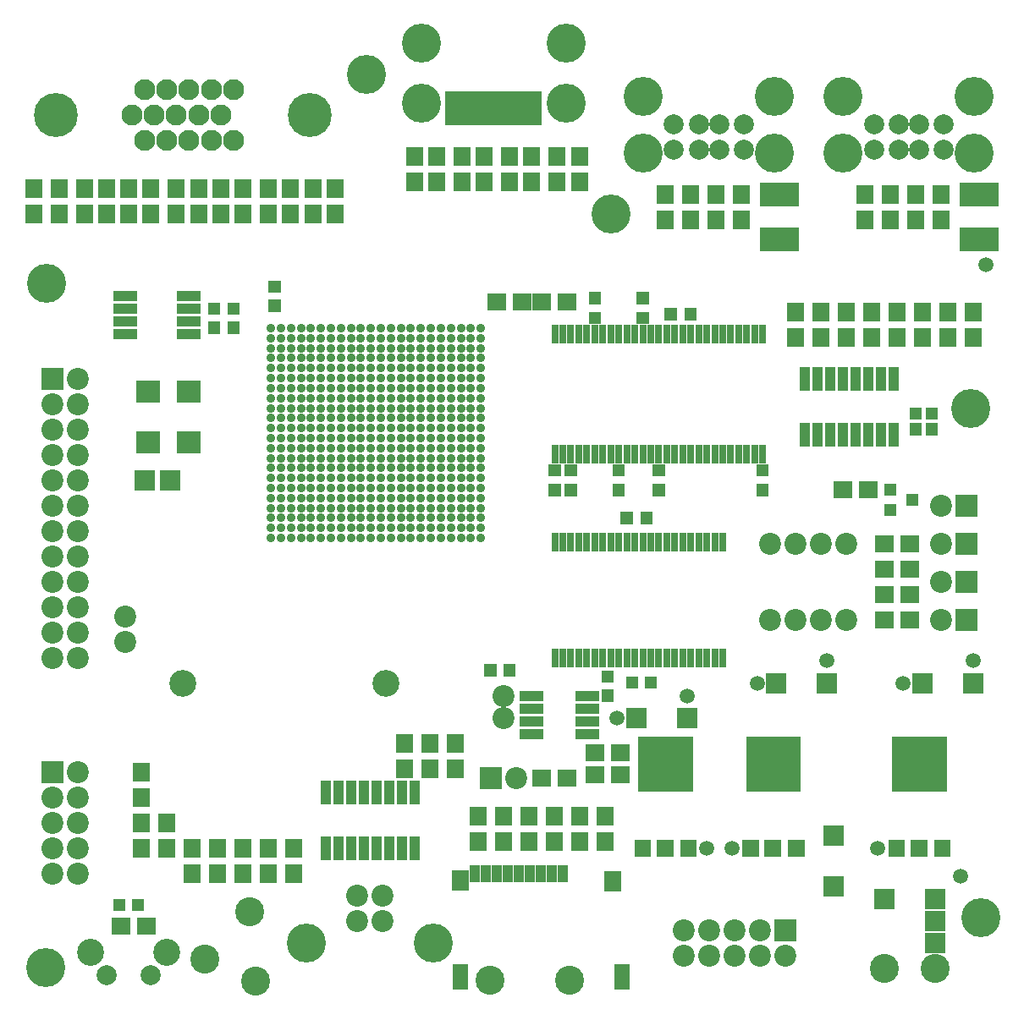
<source format=gbr>
%FSLAX34Y34*%
%MOMM*%
%LNSOLDERMASK_TOP*%
G71*
G01*
%ADD10C, 2.20*%
%ADD11R, 1.82X1.92*%
%ADD12C, 2.00*%
%ADD13R, 1.92X1.82*%
%ADD14R, 2.40X2.20*%
%ADD15R, 2.43X1.06*%
%ADD16C, 2.10*%
%ADD17C, 2.69*%
%ADD18C, 0.90*%
%ADD19C, 2.20*%
%ADD20C, 3.90*%
%ADD21R, 1.50X2.60*%
%ADD22C, 2.90*%
%ADD23C, 1.50*%
%ADD24C, 2.90*%
%ADD25R, 4.00X2.40*%
%ADD26C, 4.40*%
%ADD27R, 1.80X2.00*%
%ADD28R, 0.68X3.40*%
%ADD29R, 1.10X1.70*%
%ADD30C, 2.70*%
%ADD31R, 1.06X2.43*%
%ADD32R, 0.80X1.92*%
%ADD33R, 0.80X1.90*%
%LPD*%
X66904Y159614D02*
G54D10*
D03*
X41504Y159614D02*
G54D10*
D03*
X41504Y185014D02*
G54D10*
D03*
X66904Y185014D02*
G54D10*
D03*
X66904Y235814D02*
G54D10*
D03*
G36*
X30500Y246818D02*
X52508Y246818D01*
X52508Y224810D01*
X30500Y224810D01*
X30500Y246818D01*
G37*
X66904Y350114D02*
G54D10*
D03*
X41504Y350114D02*
G54D10*
D03*
X41504Y400914D02*
G54D10*
D03*
X66904Y400914D02*
G54D10*
D03*
X41504Y426314D02*
G54D10*
D03*
X66904Y426314D02*
G54D10*
D03*
X66904Y375514D02*
G54D10*
D03*
X41504Y375514D02*
G54D10*
D03*
X41504Y451714D02*
G54D10*
D03*
X66904Y451714D02*
G54D10*
D03*
X66904Y477114D02*
G54D10*
D03*
X41504Y477114D02*
G54D10*
D03*
X41504Y502514D02*
G54D10*
D03*
X66904Y502514D02*
G54D10*
D03*
X66904Y527914D02*
G54D10*
D03*
X41504Y527914D02*
G54D10*
D03*
X41504Y553314D02*
G54D10*
D03*
X66904Y553314D02*
G54D10*
D03*
X66904Y578714D02*
G54D10*
D03*
X41504Y578714D02*
G54D10*
D03*
X41504Y604114D02*
G54D10*
D03*
X66904Y604114D02*
G54D10*
D03*
X66904Y629514D02*
G54D10*
D03*
G36*
X30500Y640518D02*
X52508Y640518D01*
X52508Y618510D01*
X30500Y618510D01*
X30500Y640518D01*
G37*
X22454Y794614D02*
G54D11*
D03*
X47854Y794614D02*
G54D11*
D03*
X95479Y32614D02*
G54D12*
D03*
X139929Y32614D02*
G54D12*
D03*
X110389Y81204D02*
G54D13*
D03*
X135789Y81204D02*
G54D13*
D03*
G36*
X102115Y108528D02*
X114243Y108528D01*
X114243Y96400D01*
X102115Y96400D01*
X102115Y108528D01*
G37*
G36*
X121165Y108528D02*
X133293Y108528D01*
X133293Y96400D01*
X121165Y96400D01*
X121165Y108528D01*
G37*
X130404Y185014D02*
G54D11*
D03*
X130404Y159614D02*
G54D11*
D03*
X130404Y235814D02*
G54D11*
D03*
X114529Y391389D02*
G54D10*
D03*
X136754Y566014D02*
G54D14*
D03*
G36*
X123451Y538042D02*
X143707Y538042D01*
X143707Y517786D01*
X123451Y517786D01*
X123451Y538042D01*
G37*
X136754Y616814D02*
G54D14*
D03*
X114529Y686664D02*
G54D15*
D03*
X114529Y699364D02*
G54D15*
D03*
X114529Y673964D02*
G54D15*
D03*
X114529Y712064D02*
G54D15*
D03*
X95479Y794614D02*
G54D11*
D03*
X139929Y794614D02*
G54D11*
D03*
X117704Y794614D02*
G54D11*
D03*
X133579Y867639D02*
G54D16*
D03*
X133579Y918439D02*
G54D16*
D03*
X206604Y159614D02*
G54D11*
D03*
X181204Y159614D02*
G54D11*
D03*
X171679Y324714D02*
G54D17*
D03*
X178029Y566014D02*
G54D14*
D03*
X178029Y616814D02*
G54D14*
D03*
X178029Y712064D02*
G54D15*
D03*
X178029Y699364D02*
G54D15*
D03*
X178029Y686664D02*
G54D15*
D03*
X178029Y673964D02*
G54D15*
D03*
G36*
X197365Y705428D02*
X209493Y705428D01*
X209493Y693300D01*
X197365Y693300D01*
X197365Y705428D01*
G37*
G36*
X216415Y705428D02*
X228543Y705428D01*
X228543Y693300D01*
X216415Y693300D01*
X216415Y705428D01*
G37*
G36*
X197365Y686378D02*
X209493Y686378D01*
X209493Y674250D01*
X197365Y674250D01*
X197365Y686378D01*
G37*
G36*
X216415Y686378D02*
X228543Y686378D01*
X228543Y674250D01*
X216415Y674250D01*
X216415Y686378D01*
G37*
X187554Y794614D02*
G54D11*
D03*
X165329Y794614D02*
G54D11*
D03*
X209779Y794614D02*
G54D11*
D03*
X178029Y867639D02*
G54D16*
D03*
X200254Y867639D02*
G54D16*
D03*
X178029Y918439D02*
G54D16*
D03*
X200254Y918439D02*
G54D16*
D03*
X257404Y159614D02*
G54D11*
D03*
X282804Y159614D02*
G54D11*
D03*
X259995Y510007D02*
G54D18*
D03*
X270002Y510007D02*
G54D18*
D03*
X279984Y510007D02*
G54D18*
D03*
X289992Y510007D02*
G54D18*
D03*
X300000Y510007D02*
G54D18*
D03*
X259995Y480010D02*
G54D18*
D03*
X270002Y480010D02*
G54D18*
D03*
X279984Y480010D02*
G54D18*
D03*
X289992Y480010D02*
G54D18*
D03*
X300000Y480010D02*
G54D18*
D03*
X259995Y470002D02*
G54D18*
D03*
X270002Y470002D02*
G54D18*
D03*
X279984Y470002D02*
G54D18*
D03*
X289992Y470002D02*
G54D18*
D03*
X300000Y470002D02*
G54D18*
D03*
X259995Y500000D02*
G54D18*
D03*
X270002Y500000D02*
G54D18*
D03*
X279984Y500000D02*
G54D18*
D03*
X289992Y500000D02*
G54D18*
D03*
X300000Y500000D02*
G54D18*
D03*
X259995Y489992D02*
G54D18*
D03*
X270002Y489992D02*
G54D18*
D03*
X279984Y489992D02*
G54D18*
D03*
X289992Y489992D02*
G54D18*
D03*
X300000Y489992D02*
G54D18*
D03*
X259995Y580009D02*
G54D18*
D03*
X270002Y580009D02*
G54D18*
D03*
X279984Y580009D02*
G54D18*
D03*
X289992Y580009D02*
G54D18*
D03*
X300000Y580009D02*
G54D18*
D03*
X259995Y570002D02*
G54D18*
D03*
X270002Y570002D02*
G54D18*
D03*
X279984Y570002D02*
G54D18*
D03*
X289992Y570002D02*
G54D18*
D03*
X300000Y570002D02*
G54D18*
D03*
X259995Y540004D02*
G54D18*
D03*
X270002Y540004D02*
G54D18*
D03*
X279984Y540004D02*
G54D18*
D03*
X289992Y540004D02*
G54D18*
D03*
X300000Y540004D02*
G54D18*
D03*
X259995Y529997D02*
G54D18*
D03*
X270002Y529997D02*
G54D18*
D03*
X279984Y529997D02*
G54D18*
D03*
X289992Y529997D02*
G54D18*
D03*
X300000Y529997D02*
G54D18*
D03*
X259995Y559994D02*
G54D18*
D03*
X270002Y559994D02*
G54D18*
D03*
X279984Y559994D02*
G54D18*
D03*
X289992Y559994D02*
G54D18*
D03*
X300000Y559994D02*
G54D18*
D03*
X259995Y550012D02*
G54D18*
D03*
X270002Y550012D02*
G54D18*
D03*
X279984Y550012D02*
G54D18*
D03*
X289992Y550012D02*
G54D18*
D03*
X300000Y550012D02*
G54D18*
D03*
X259995Y519990D02*
G54D18*
D03*
X270002Y519990D02*
G54D18*
D03*
X279984Y519990D02*
G54D18*
D03*
X289992Y519990D02*
G54D18*
D03*
X300000Y519990D02*
G54D18*
D03*
X259995Y659994D02*
G54D18*
D03*
X270002Y659994D02*
G54D18*
D03*
X279984Y659994D02*
G54D18*
D03*
X289992Y659994D02*
G54D18*
D03*
X300000Y659994D02*
G54D18*
D03*
X259995Y650012D02*
G54D18*
D03*
X270002Y650012D02*
G54D18*
D03*
X279984Y650012D02*
G54D18*
D03*
X289992Y650012D02*
G54D18*
D03*
X300000Y650012D02*
G54D18*
D03*
X259995Y619989D02*
G54D18*
D03*
X270002Y619989D02*
G54D18*
D03*
X279984Y619989D02*
G54D18*
D03*
X289992Y619989D02*
G54D18*
D03*
X300000Y619989D02*
G54D18*
D03*
X259995Y610006D02*
G54D18*
D03*
X270002Y610006D02*
G54D18*
D03*
X279984Y610006D02*
G54D18*
D03*
X289992Y610006D02*
G54D18*
D03*
X300000Y610006D02*
G54D18*
D03*
X259995Y640005D02*
G54D18*
D03*
X270002Y640005D02*
G54D18*
D03*
X279984Y640005D02*
G54D18*
D03*
X289992Y640005D02*
G54D18*
D03*
X300000Y640005D02*
G54D18*
D03*
X259995Y629997D02*
G54D18*
D03*
X270002Y629997D02*
G54D18*
D03*
X279984Y629997D02*
G54D18*
D03*
X289992Y629997D02*
G54D18*
D03*
X300000Y629997D02*
G54D18*
D03*
X259995Y599999D02*
G54D18*
D03*
X270002Y599999D02*
G54D18*
D03*
X279984Y599999D02*
G54D18*
D03*
X289992Y599999D02*
G54D18*
D03*
X300000Y599999D02*
G54D18*
D03*
X259995Y680009D02*
G54D18*
D03*
X270002Y680009D02*
G54D18*
D03*
X279984Y680009D02*
G54D18*
D03*
X289992Y680009D02*
G54D18*
D03*
X300000Y680009D02*
G54D18*
D03*
G36*
X257690Y727653D02*
X269818Y727653D01*
X269818Y715525D01*
X257690Y715525D01*
X257690Y727653D01*
G37*
G36*
X257690Y708603D02*
X269818Y708603D01*
X269818Y696475D01*
X257690Y696475D01*
X257690Y708603D01*
G37*
X257404Y794614D02*
G54D11*
D03*
X279629Y794614D02*
G54D11*
D03*
X346304Y86589D02*
G54D19*
D03*
X346304Y111989D02*
G54D19*
D03*
X371704Y86589D02*
G54D19*
D03*
X371704Y111989D02*
G54D19*
D03*
X319990Y510007D02*
G54D18*
D03*
X329997Y510007D02*
G54D18*
D03*
X339980Y510007D02*
G54D18*
D03*
X349987Y510007D02*
G54D18*
D03*
X359994Y510007D02*
G54D18*
D03*
X370002Y510007D02*
G54D18*
D03*
X379984Y510007D02*
G54D18*
D03*
X319990Y480010D02*
G54D18*
D03*
X329997Y480010D02*
G54D18*
D03*
X339980Y480010D02*
G54D18*
D03*
X349987Y480010D02*
G54D18*
D03*
X359994Y480010D02*
G54D18*
D03*
X370002Y480010D02*
G54D18*
D03*
X379984Y480010D02*
G54D18*
D03*
X319990Y470002D02*
G54D18*
D03*
X329997Y470002D02*
G54D18*
D03*
X339980Y470002D02*
G54D18*
D03*
X349987Y470002D02*
G54D18*
D03*
X359994Y470002D02*
G54D18*
D03*
X370002Y470002D02*
G54D18*
D03*
X379984Y470002D02*
G54D18*
D03*
X319990Y500000D02*
G54D18*
D03*
X329997Y500000D02*
G54D18*
D03*
X339980Y500000D02*
G54D18*
D03*
X349987Y500000D02*
G54D18*
D03*
X359994Y500000D02*
G54D18*
D03*
X370002Y500000D02*
G54D18*
D03*
X379984Y500000D02*
G54D18*
D03*
X319990Y489992D02*
G54D18*
D03*
X329997Y489992D02*
G54D18*
D03*
X339980Y489992D02*
G54D18*
D03*
X349987Y489992D02*
G54D18*
D03*
X359994Y489992D02*
G54D18*
D03*
X370002Y489992D02*
G54D18*
D03*
X379984Y489992D02*
G54D18*
D03*
X319990Y580009D02*
G54D18*
D03*
X329997Y580009D02*
G54D18*
D03*
X339980Y580009D02*
G54D18*
D03*
X349987Y580009D02*
G54D18*
D03*
X359994Y580009D02*
G54D18*
D03*
X370002Y580009D02*
G54D18*
D03*
X379984Y580009D02*
G54D18*
D03*
X319990Y570002D02*
G54D18*
D03*
X329997Y570002D02*
G54D18*
D03*
X339980Y570002D02*
G54D18*
D03*
X349987Y570002D02*
G54D18*
D03*
X359994Y570002D02*
G54D18*
D03*
X370002Y570002D02*
G54D18*
D03*
X379984Y570002D02*
G54D18*
D03*
X319990Y540004D02*
G54D18*
D03*
X329997Y540004D02*
G54D18*
D03*
X339980Y540004D02*
G54D18*
D03*
X349987Y540004D02*
G54D18*
D03*
X359994Y540004D02*
G54D18*
D03*
X370002Y540004D02*
G54D18*
D03*
X379984Y540004D02*
G54D18*
D03*
X319990Y529997D02*
G54D18*
D03*
X329997Y529997D02*
G54D18*
D03*
X339980Y529997D02*
G54D18*
D03*
X349987Y529997D02*
G54D18*
D03*
X359994Y529997D02*
G54D18*
D03*
X370002Y529997D02*
G54D18*
D03*
X379984Y529997D02*
G54D18*
D03*
X319990Y559994D02*
G54D18*
D03*
X329997Y559994D02*
G54D18*
D03*
X339980Y559994D02*
G54D18*
D03*
X349987Y559994D02*
G54D18*
D03*
X359994Y559994D02*
G54D18*
D03*
X370002Y559994D02*
G54D18*
D03*
X379984Y559994D02*
G54D18*
D03*
X319990Y550012D02*
G54D18*
D03*
X329997Y550012D02*
G54D18*
D03*
X339980Y550012D02*
G54D18*
D03*
X349987Y550012D02*
G54D18*
D03*
X359994Y550012D02*
G54D18*
D03*
X370002Y550012D02*
G54D18*
D03*
X379984Y550012D02*
G54D18*
D03*
X319990Y519990D02*
G54D18*
D03*
X329997Y519990D02*
G54D18*
D03*
X339980Y519990D02*
G54D18*
D03*
X349987Y519990D02*
G54D18*
D03*
X359994Y519990D02*
G54D18*
D03*
X370002Y519990D02*
G54D18*
D03*
X379984Y519990D02*
G54D18*
D03*
X319990Y659994D02*
G54D18*
D03*
X329997Y659994D02*
G54D18*
D03*
X339980Y659994D02*
G54D18*
D03*
X349987Y659994D02*
G54D18*
D03*
X359994Y659994D02*
G54D18*
D03*
X370002Y659994D02*
G54D18*
D03*
X379984Y659994D02*
G54D18*
D03*
X319990Y650012D02*
G54D18*
D03*
X329997Y650012D02*
G54D18*
D03*
X339980Y650012D02*
G54D18*
D03*
X349987Y650012D02*
G54D18*
D03*
X359994Y650012D02*
G54D18*
D03*
X370002Y650012D02*
G54D18*
D03*
X379984Y650012D02*
G54D18*
D03*
X319990Y619989D02*
G54D18*
D03*
X329997Y619989D02*
G54D18*
D03*
X339980Y619989D02*
G54D18*
D03*
X349987Y619989D02*
G54D18*
D03*
X359994Y619989D02*
G54D18*
D03*
X370002Y619989D02*
G54D18*
D03*
X379984Y619989D02*
G54D18*
D03*
X319990Y610006D02*
G54D18*
D03*
X329997Y610006D02*
G54D18*
D03*
X339980Y610006D02*
G54D18*
D03*
X349987Y610006D02*
G54D18*
D03*
X359994Y610006D02*
G54D18*
D03*
X370002Y610006D02*
G54D18*
D03*
X379984Y610006D02*
G54D18*
D03*
X319990Y640005D02*
G54D18*
D03*
X329997Y640005D02*
G54D18*
D03*
X339980Y640005D02*
G54D18*
D03*
X349987Y640005D02*
G54D18*
D03*
X359994Y640005D02*
G54D18*
D03*
X370002Y640005D02*
G54D18*
D03*
X379984Y640005D02*
G54D18*
D03*
X319990Y629997D02*
G54D18*
D03*
X329997Y629997D02*
G54D18*
D03*
X339980Y629997D02*
G54D18*
D03*
X349987Y629997D02*
G54D18*
D03*
X359994Y629997D02*
G54D18*
D03*
X370002Y629997D02*
G54D18*
D03*
X379984Y629997D02*
G54D18*
D03*
X319990Y599999D02*
G54D18*
D03*
X329997Y599999D02*
G54D18*
D03*
X339980Y599999D02*
G54D18*
D03*
X349987Y599999D02*
G54D18*
D03*
X359994Y599999D02*
G54D18*
D03*
X370002Y599999D02*
G54D18*
D03*
X379984Y599999D02*
G54D18*
D03*
X319990Y680009D02*
G54D18*
D03*
X329997Y680009D02*
G54D18*
D03*
X339980Y680009D02*
G54D18*
D03*
X349987Y680009D02*
G54D18*
D03*
X359994Y680009D02*
G54D18*
D03*
X370002Y680009D02*
G54D18*
D03*
X379984Y680009D02*
G54D18*
D03*
X324079Y794614D02*
G54D11*
D03*
X355829Y934314D02*
G54D20*
D03*
X449809Y30862D02*
G54D21*
D03*
X393929Y238989D02*
G54D11*
D03*
X393929Y264389D02*
G54D11*
D03*
X419329Y238989D02*
G54D11*
D03*
X419329Y264389D02*
G54D11*
D03*
X444729Y238989D02*
G54D11*
D03*
X444729Y264389D02*
G54D11*
D03*
X400000Y510007D02*
G54D18*
D03*
X409982Y510007D02*
G54D18*
D03*
X389992Y510007D02*
G54D18*
D03*
X419990Y510007D02*
G54D18*
D03*
X429997Y510007D02*
G54D18*
D03*
X439979Y510007D02*
G54D18*
D03*
X449987Y510007D02*
G54D18*
D03*
X400000Y480010D02*
G54D18*
D03*
X409982Y480010D02*
G54D18*
D03*
X389992Y480010D02*
G54D18*
D03*
X419990Y480010D02*
G54D18*
D03*
X429997Y480010D02*
G54D18*
D03*
X439979Y480010D02*
G54D18*
D03*
X449987Y480010D02*
G54D18*
D03*
X400000Y470002D02*
G54D18*
D03*
X409982Y470002D02*
G54D18*
D03*
X389992Y470002D02*
G54D18*
D03*
X419990Y470002D02*
G54D18*
D03*
X429997Y470002D02*
G54D18*
D03*
X439979Y470002D02*
G54D18*
D03*
X449987Y470002D02*
G54D18*
D03*
X400000Y500000D02*
G54D18*
D03*
X409982Y500000D02*
G54D18*
D03*
X389992Y500000D02*
G54D18*
D03*
X419990Y500000D02*
G54D18*
D03*
X429997Y500000D02*
G54D18*
D03*
X439979Y500000D02*
G54D18*
D03*
X449987Y500000D02*
G54D18*
D03*
X400000Y489992D02*
G54D18*
D03*
X409982Y489992D02*
G54D18*
D03*
X389992Y489992D02*
G54D18*
D03*
X419990Y489992D02*
G54D18*
D03*
X429997Y489992D02*
G54D18*
D03*
X439979Y489992D02*
G54D18*
D03*
X449987Y489992D02*
G54D18*
D03*
X400000Y580009D02*
G54D18*
D03*
X409982Y580009D02*
G54D18*
D03*
X389992Y580009D02*
G54D18*
D03*
X419990Y580009D02*
G54D18*
D03*
X429997Y580009D02*
G54D18*
D03*
X439979Y580009D02*
G54D18*
D03*
X449987Y580009D02*
G54D18*
D03*
X400000Y570002D02*
G54D18*
D03*
X409982Y570002D02*
G54D18*
D03*
X389992Y570002D02*
G54D18*
D03*
X419990Y570002D02*
G54D18*
D03*
X429997Y570002D02*
G54D18*
D03*
X439979Y570002D02*
G54D18*
D03*
X449987Y570002D02*
G54D18*
D03*
X400000Y540004D02*
G54D18*
D03*
X409982Y540004D02*
G54D18*
D03*
X389992Y540004D02*
G54D18*
D03*
X419990Y540004D02*
G54D18*
D03*
X429997Y540004D02*
G54D18*
D03*
X439979Y540004D02*
G54D18*
D03*
X449987Y540004D02*
G54D18*
D03*
X400000Y529997D02*
G54D18*
D03*
X409982Y529997D02*
G54D18*
D03*
X389992Y529997D02*
G54D18*
D03*
X419990Y529997D02*
G54D18*
D03*
X429997Y529997D02*
G54D18*
D03*
X439979Y529997D02*
G54D18*
D03*
X449987Y529997D02*
G54D18*
D03*
X400000Y559994D02*
G54D18*
D03*
X409982Y559994D02*
G54D18*
D03*
X389992Y559994D02*
G54D18*
D03*
X419990Y559994D02*
G54D18*
D03*
X429997Y559994D02*
G54D18*
D03*
X439979Y559994D02*
G54D18*
D03*
X449987Y559994D02*
G54D18*
D03*
X400000Y550012D02*
G54D18*
D03*
X409982Y550012D02*
G54D18*
D03*
X389992Y550012D02*
G54D18*
D03*
X419990Y550012D02*
G54D18*
D03*
X429997Y550012D02*
G54D18*
D03*
X439979Y550012D02*
G54D18*
D03*
X449987Y550012D02*
G54D18*
D03*
X400000Y519990D02*
G54D18*
D03*
X409982Y519990D02*
G54D18*
D03*
X389992Y519990D02*
G54D18*
D03*
X419990Y519990D02*
G54D18*
D03*
X429997Y519990D02*
G54D18*
D03*
X439979Y519990D02*
G54D18*
D03*
X449987Y519990D02*
G54D18*
D03*
X400000Y659994D02*
G54D18*
D03*
X409982Y659994D02*
G54D18*
D03*
X389992Y659994D02*
G54D18*
D03*
X419990Y659994D02*
G54D18*
D03*
X429997Y659994D02*
G54D18*
D03*
X439979Y659994D02*
G54D18*
D03*
X449987Y659994D02*
G54D18*
D03*
X400000Y650012D02*
G54D18*
D03*
X409982Y650012D02*
G54D18*
D03*
X389992Y650012D02*
G54D18*
D03*
X419990Y650012D02*
G54D18*
D03*
X429997Y650012D02*
G54D18*
D03*
X439979Y650012D02*
G54D18*
D03*
X449987Y650012D02*
G54D18*
D03*
X400000Y619989D02*
G54D18*
D03*
X409982Y619989D02*
G54D18*
D03*
X389992Y619989D02*
G54D18*
D03*
X419990Y619989D02*
G54D18*
D03*
X429997Y619989D02*
G54D18*
D03*
X439979Y619989D02*
G54D18*
D03*
X449987Y619989D02*
G54D18*
D03*
X400000Y610006D02*
G54D18*
D03*
X409982Y610006D02*
G54D18*
D03*
X389992Y610006D02*
G54D18*
D03*
X419990Y610006D02*
G54D18*
D03*
X429997Y610006D02*
G54D18*
D03*
X439979Y610006D02*
G54D18*
D03*
X449987Y610006D02*
G54D18*
D03*
X400000Y640005D02*
G54D18*
D03*
X409982Y640005D02*
G54D18*
D03*
X389992Y640005D02*
G54D18*
D03*
X419990Y640005D02*
G54D18*
D03*
X429997Y640005D02*
G54D18*
D03*
X439979Y640005D02*
G54D18*
D03*
X449987Y640005D02*
G54D18*
D03*
X400000Y629997D02*
G54D18*
D03*
X409982Y629997D02*
G54D18*
D03*
X389992Y629997D02*
G54D18*
D03*
X419990Y629997D02*
G54D18*
D03*
X429997Y629997D02*
G54D18*
D03*
X439979Y629997D02*
G54D18*
D03*
X449987Y629997D02*
G54D18*
D03*
X400000Y599999D02*
G54D18*
D03*
X409982Y599999D02*
G54D18*
D03*
X389992Y599999D02*
G54D18*
D03*
X419990Y599999D02*
G54D18*
D03*
X429997Y599999D02*
G54D18*
D03*
X439979Y599999D02*
G54D18*
D03*
X449987Y599999D02*
G54D18*
D03*
X400000Y680009D02*
G54D18*
D03*
X409982Y680009D02*
G54D18*
D03*
X389992Y680009D02*
G54D18*
D03*
X419990Y680009D02*
G54D18*
D03*
X429997Y680009D02*
G54D18*
D03*
X439979Y680009D02*
G54D18*
D03*
X449987Y680009D02*
G54D18*
D03*
X403454Y851764D02*
G54D11*
D03*
X451079Y851764D02*
G54D11*
D03*
X425679Y851764D02*
G54D11*
D03*
X478816Y26873D02*
G54D22*
D03*
X517754Y191364D02*
G54D11*
D03*
X492354Y191364D02*
G54D11*
D03*
X517754Y165964D02*
G54D11*
D03*
X492354Y165964D02*
G54D11*
D03*
G36*
X468650Y240468D02*
X490658Y240468D01*
X490658Y218460D01*
X468650Y218460D01*
X468650Y240468D01*
G37*
X505054Y229464D02*
G54D19*
D03*
X492354Y312014D02*
G54D19*
D03*
G36*
X473590Y343478D02*
X485718Y343478D01*
X485718Y331350D01*
X473590Y331350D01*
X473590Y343478D01*
G37*
G36*
X492640Y343478D02*
X504768Y343478D01*
X504768Y331350D01*
X492640Y331350D01*
X492640Y343478D01*
G37*
X470002Y510007D02*
G54D18*
D03*
X470002Y480010D02*
G54D18*
D03*
X470002Y470002D02*
G54D18*
D03*
X470002Y500000D02*
G54D18*
D03*
X470002Y489992D02*
G54D18*
D03*
X470002Y580009D02*
G54D18*
D03*
X470002Y570002D02*
G54D18*
D03*
X470002Y540004D02*
G54D18*
D03*
X470002Y529997D02*
G54D18*
D03*
X470002Y559994D02*
G54D18*
D03*
X470002Y550012D02*
G54D18*
D03*
X470002Y519990D02*
G54D18*
D03*
X470002Y659994D02*
G54D18*
D03*
X470002Y650012D02*
G54D18*
D03*
X470002Y619989D02*
G54D18*
D03*
X470002Y610006D02*
G54D18*
D03*
X470002Y640005D02*
G54D18*
D03*
X470002Y629997D02*
G54D18*
D03*
X470002Y599999D02*
G54D18*
D03*
X470002Y680009D02*
G54D18*
D03*
X485750Y706044D02*
G54D13*
D03*
X511150Y706044D02*
G54D13*
D03*
X473304Y851764D02*
G54D11*
D03*
X520929Y851764D02*
G54D11*
D03*
X498704Y851764D02*
G54D11*
D03*
X558800Y26873D02*
G54D22*
D03*
X593954Y191364D02*
G54D11*
D03*
X568554Y191364D02*
G54D11*
D03*
X593954Y165964D02*
G54D11*
D03*
X568554Y165964D02*
G54D11*
D03*
X555854Y229464D02*
G54D13*
D03*
X584429Y254864D02*
G54D13*
D03*
X584429Y232639D02*
G54D13*
D03*
G36*
X591065Y337128D02*
X603193Y337128D01*
X603193Y325000D01*
X591065Y325000D01*
X591065Y337128D01*
G37*
G36*
X591065Y318078D02*
X603193Y318078D01*
X603193Y305950D01*
X591065Y305950D01*
X591065Y318078D01*
G37*
G36*
X537928Y544062D02*
X550056Y544062D01*
X550056Y531934D01*
X537928Y531934D01*
X537928Y544062D01*
G37*
G36*
X553930Y544062D02*
X566058Y544062D01*
X566058Y531934D01*
X553930Y531934D01*
X553930Y544062D01*
G37*
G36*
X577933Y696055D02*
X590061Y696055D01*
X590061Y683927D01*
X577933Y683927D01*
X577933Y696055D01*
G37*
G36*
X577933Y716070D02*
X590061Y716070D01*
X590061Y703942D01*
X577933Y703942D01*
X577933Y716070D01*
G37*
X556134Y706044D02*
G54D13*
D03*
X568554Y851764D02*
G54D11*
D03*
X546329Y851764D02*
G54D11*
D03*
X673329Y77064D02*
G54D19*
D03*
G36*
X645929Y167964D02*
X662629Y167964D01*
X662629Y151264D01*
X645929Y151264D01*
X645929Y167964D01*
G37*
G36*
X615170Y331387D02*
X627298Y331387D01*
X627298Y319259D01*
X615170Y319259D01*
X615170Y331387D01*
G37*
G36*
X634220Y331387D02*
X646348Y331387D01*
X646348Y319259D01*
X634220Y319259D01*
X634220Y331387D01*
G37*
X676200Y311937D02*
G54D23*
D03*
G36*
X629927Y496056D02*
X642055Y496056D01*
X642055Y483928D01*
X629927Y483928D01*
X629927Y496056D01*
G37*
G36*
X641916Y544062D02*
X654044Y544062D01*
X654044Y531934D01*
X641916Y531934D01*
X641916Y544062D01*
G37*
G36*
X625940Y696055D02*
X638068Y696055D01*
X638068Y683927D01*
X625940Y683927D01*
X625940Y696055D01*
G37*
G36*
X653930Y700068D02*
X666058Y700068D01*
X666058Y687940D01*
X653930Y687940D01*
X653930Y700068D01*
G37*
G36*
X673920Y700068D02*
X686048Y700068D01*
X686048Y687940D01*
X673920Y687940D01*
X673920Y700068D01*
G37*
G36*
X625940Y716070D02*
X638068Y716070D01*
X638068Y703942D01*
X625940Y703942D01*
X625940Y716070D01*
G37*
X679679Y788264D02*
G54D11*
D03*
X654279Y788264D02*
G54D11*
D03*
X663194Y858317D02*
G54D12*
D03*
X663194Y884327D02*
G54D12*
D03*
X724129Y77064D02*
G54D19*
D03*
X749529Y77064D02*
G54D19*
D03*
X720954Y159614D02*
G54D23*
D03*
X746354Y324714D02*
G54D23*
D03*
G36*
X745928Y544062D02*
X758056Y544062D01*
X758056Y531934D01*
X745928Y531934D01*
X745928Y544062D01*
G37*
X705079Y788264D02*
G54D11*
D03*
X730479Y788264D02*
G54D11*
D03*
X708203Y858317D02*
G54D12*
D03*
X708203Y884327D02*
G54D12*
D03*
X733197Y858317D02*
G54D12*
D03*
X733197Y884327D02*
G54D12*
D03*
G36*
X812426Y131642D02*
X832682Y131642D01*
X832682Y111386D01*
X812426Y111386D01*
X812426Y131642D01*
G37*
G36*
X812426Y182442D02*
X832682Y182442D01*
X832682Y162186D01*
X812426Y162186D01*
X812426Y182442D01*
G37*
G36*
X806076Y334842D02*
X826332Y334842D01*
X826332Y314586D01*
X806076Y314586D01*
X806076Y334842D01*
G37*
X816204Y346939D02*
G54D23*
D03*
X809854Y388214D02*
G54D10*
D03*
X784454Y388214D02*
G54D10*
D03*
X809854Y464414D02*
G54D10*
D03*
X784454Y464414D02*
G54D10*
D03*
X784454Y696189D02*
G54D11*
D03*
X809854Y696189D02*
G54D11*
D03*
X873354Y38964D02*
G54D24*
D03*
G36*
X863226Y118942D02*
X883482Y118942D01*
X883482Y98686D01*
X863226Y98686D01*
X863226Y118942D01*
G37*
G36*
X899929Y167964D02*
X916629Y167964D01*
X916629Y151264D01*
X899929Y151264D01*
X899929Y167964D01*
G37*
X867004Y159614D02*
G54D23*
D03*
X892404Y324714D02*
G54D23*
D03*
X873354Y388214D02*
G54D13*
D03*
X898754Y388214D02*
G54D13*
D03*
X873354Y413614D02*
G54D13*
D03*
X898754Y413614D02*
G54D13*
D03*
X873354Y464414D02*
G54D13*
D03*
X898754Y464414D02*
G54D13*
D03*
G36*
X899040Y584778D02*
X911168Y584778D01*
X911168Y572650D01*
X899040Y572650D01*
X899040Y584778D01*
G37*
X860654Y696189D02*
G54D11*
D03*
X886054Y696189D02*
G54D11*
D03*
X854304Y788264D02*
G54D11*
D03*
X905104Y788264D02*
G54D11*
D03*
X879704Y788264D02*
G54D11*
D03*
X863220Y858317D02*
G54D12*
D03*
X863220Y884327D02*
G54D12*
D03*
X888213Y858317D02*
G54D12*
D03*
X888213Y884327D02*
G54D12*
D03*
G36*
X952126Y334842D02*
X972382Y334842D01*
X972382Y314586D01*
X952126Y314586D01*
X952126Y334842D01*
G37*
X962254Y346939D02*
G54D23*
D03*
G36*
X944900Y399218D02*
X966908Y399218D01*
X966908Y377210D01*
X944900Y377210D01*
X944900Y399218D01*
G37*
X930504Y388214D02*
G54D19*
D03*
G36*
X944900Y437318D02*
X966908Y437318D01*
X966908Y415310D01*
X944900Y415310D01*
X944900Y437318D01*
G37*
X930504Y426314D02*
G54D19*
D03*
G36*
X944900Y475418D02*
X966908Y475418D01*
X966908Y453410D01*
X944900Y453410D01*
X944900Y475418D01*
G37*
X930504Y464414D02*
G54D19*
D03*
G36*
X944900Y513518D02*
X966908Y513518D01*
X966908Y491510D01*
X944900Y491510D01*
X944900Y513518D01*
G37*
X930504Y502514D02*
G54D19*
D03*
X936854Y696189D02*
G54D11*
D03*
X962254Y696189D02*
G54D11*
D03*
X930504Y788264D02*
G54D11*
D03*
X968604Y769214D02*
G54D25*
D03*
X933222Y858317D02*
G54D12*
D03*
X933222Y884327D02*
G54D12*
D03*
X963829Y854939D02*
G54D20*
D03*
X35002Y40005D02*
G54D20*
D03*
X41504Y134214D02*
G54D10*
D03*
X66904Y134214D02*
G54D10*
D03*
X41504Y210414D02*
G54D10*
D03*
X66904Y210414D02*
G54D10*
D03*
X22454Y820014D02*
G54D11*
D03*
X47854Y820014D02*
G54D11*
D03*
X44679Y893039D02*
G54D26*
D03*
X130404Y210414D02*
G54D11*
D03*
X114529Y365989D02*
G54D10*
D03*
X95479Y820014D02*
G54D11*
D03*
X139929Y820014D02*
G54D11*
D03*
X143104Y893039D02*
G54D16*
D03*
X117704Y820014D02*
G54D11*
D03*
X120879Y893039D02*
G54D16*
D03*
X193904Y48489D02*
G54D22*
D03*
X206604Y134214D02*
G54D11*
D03*
X181204Y134214D02*
G54D11*
D03*
X187554Y820014D02*
G54D11*
D03*
X165329Y820014D02*
G54D11*
D03*
X187554Y893039D02*
G54D16*
D03*
X209779Y820014D02*
G54D11*
D03*
X209779Y893039D02*
G54D16*
D03*
X257404Y134214D02*
G54D11*
D03*
X282804Y134214D02*
G54D11*
D03*
X259995Y670002D02*
G54D18*
D03*
X270002Y670002D02*
G54D18*
D03*
X279984Y670002D02*
G54D18*
D03*
X289992Y670002D02*
G54D18*
D03*
X300000Y670002D02*
G54D18*
D03*
X259995Y589991D02*
G54D18*
D03*
X270002Y589991D02*
G54D18*
D03*
X279984Y589991D02*
G54D18*
D03*
X289992Y589991D02*
G54D18*
D03*
X300000Y589991D02*
G54D18*
D03*
X257404Y820014D02*
G54D11*
D03*
X279629Y820014D02*
G54D11*
D03*
X319990Y670002D02*
G54D18*
D03*
X329997Y670002D02*
G54D18*
D03*
X339980Y670002D02*
G54D18*
D03*
X349987Y670002D02*
G54D18*
D03*
X359994Y670002D02*
G54D18*
D03*
X370002Y670002D02*
G54D18*
D03*
X379984Y670002D02*
G54D18*
D03*
X319990Y589991D02*
G54D18*
D03*
X329997Y589991D02*
G54D18*
D03*
X339980Y589991D02*
G54D18*
D03*
X349987Y589991D02*
G54D18*
D03*
X359994Y589991D02*
G54D18*
D03*
X370002Y589991D02*
G54D18*
D03*
X379984Y589991D02*
G54D18*
D03*
X324079Y820014D02*
G54D11*
D03*
X422504Y64364D02*
G54D20*
D03*
X449809Y126873D02*
G54D27*
D03*
X400000Y670002D02*
G54D18*
D03*
X409982Y670002D02*
G54D18*
D03*
X389992Y670002D02*
G54D18*
D03*
X419990Y670002D02*
G54D18*
D03*
X429997Y670002D02*
G54D18*
D03*
X439979Y670002D02*
G54D18*
D03*
X449987Y670002D02*
G54D18*
D03*
X400000Y589991D02*
G54D18*
D03*
X409982Y589991D02*
G54D18*
D03*
X389992Y589991D02*
G54D18*
D03*
X419990Y589991D02*
G54D18*
D03*
X429997Y589991D02*
G54D18*
D03*
X439979Y589991D02*
G54D18*
D03*
X449987Y589991D02*
G54D18*
D03*
X403454Y826364D02*
G54D11*
D03*
X451079Y826364D02*
G54D11*
D03*
X452679Y899923D02*
G54D28*
D03*
X447700Y899923D02*
G54D28*
D03*
X442697Y899923D02*
G54D28*
D03*
X437693Y899923D02*
G54D28*
D03*
X425679Y826364D02*
G54D11*
D03*
X410185Y904926D02*
G54D20*
D03*
X410185Y964921D02*
G54D20*
D03*
X518796Y133858D02*
G54D29*
D03*
X529794Y133858D02*
G54D29*
D03*
X496799Y133858D02*
G54D29*
D03*
X507797Y133858D02*
G54D29*
D03*
X485801Y133858D02*
G54D29*
D03*
X474802Y133858D02*
G54D29*
D03*
X492354Y289789D02*
G54D19*
D03*
X470002Y670002D02*
G54D18*
D03*
X470002Y589991D02*
G54D18*
D03*
X473304Y826364D02*
G54D11*
D03*
X477698Y899923D02*
G54D28*
D03*
X492684Y899923D02*
G54D28*
D03*
X497688Y899923D02*
G54D28*
D03*
X482702Y899923D02*
G54D28*
D03*
X487680Y899923D02*
G54D28*
D03*
X472694Y899923D02*
G54D28*
D03*
X467690Y899923D02*
G54D28*
D03*
X520929Y826364D02*
G54D11*
D03*
X517703Y899923D02*
G54D28*
D03*
X527686Y899923D02*
G54D28*
D03*
X522682Y899923D02*
G54D28*
D03*
X512700Y899923D02*
G54D28*
D03*
X498704Y826364D02*
G54D11*
D03*
X502692Y899923D02*
G54D28*
D03*
X507696Y899923D02*
G54D28*
D03*
X551816Y133858D02*
G54D29*
D03*
X601878Y126264D02*
G54D27*
D03*
G36*
X537928Y524072D02*
X550056Y524072D01*
X550056Y511944D01*
X537928Y511944D01*
X537928Y524072D01*
G37*
G36*
X553930Y524072D02*
X566058Y524072D01*
X566058Y511944D01*
X553930Y511944D01*
X553930Y524072D01*
G37*
X568554Y826364D02*
G54D11*
D03*
X546329Y826364D02*
G54D11*
D03*
X673329Y51664D02*
G54D19*
D03*
G36*
X627514Y270834D02*
X682314Y270834D01*
X682314Y216034D01*
X627514Y216034D01*
X627514Y270834D01*
G37*
G36*
X669424Y167964D02*
X686124Y167964D01*
X686124Y151264D01*
X669424Y151264D01*
X669424Y167964D01*
G37*
G36*
X623704Y167964D02*
X640404Y167964D01*
X640404Y151264D01*
X623704Y151264D01*
X623704Y167964D01*
G37*
G36*
X666072Y299841D02*
X686328Y299841D01*
X686328Y279585D01*
X666072Y279585D01*
X666072Y299841D01*
G37*
G36*
X615271Y299841D02*
X635527Y299841D01*
X635527Y279585D01*
X615271Y279585D01*
X615271Y299841D01*
G37*
G36*
X641916Y524072D02*
X654044Y524072D01*
X654044Y511944D01*
X641916Y511944D01*
X641916Y524072D01*
G37*
X679679Y813664D02*
G54D11*
D03*
X654279Y813664D02*
G54D11*
D03*
X724129Y51664D02*
G54D19*
D03*
X749529Y51664D02*
G54D19*
D03*
G36*
X745928Y524072D02*
X758056Y524072D01*
X758056Y511944D01*
X745928Y511944D01*
X745928Y524072D01*
G37*
X705079Y813664D02*
G54D11*
D03*
X730479Y813664D02*
G54D11*
D03*
X784454Y670789D02*
G54D11*
D03*
X809854Y670789D02*
G54D11*
D03*
X860654Y670789D02*
G54D11*
D03*
X886054Y670789D02*
G54D11*
D03*
X873354Y439014D02*
G54D13*
D03*
X898754Y439014D02*
G54D13*
D03*
G36*
X895738Y514293D02*
X907866Y514293D01*
X907866Y502165D01*
X895738Y502165D01*
X895738Y514293D01*
G37*
G36*
X873640Y504133D02*
X885768Y504133D01*
X885768Y492005D01*
X873640Y492005D01*
X873640Y504133D01*
G37*
G36*
X873640Y524453D02*
X885768Y524453D01*
X885768Y512325D01*
X873640Y512325D01*
X873640Y524453D01*
G37*
X857479Y518389D02*
G54D13*
D03*
G36*
X899040Y600653D02*
X911168Y600653D01*
X911168Y588525D01*
X899040Y588525D01*
X899040Y600653D01*
G37*
X854304Y813664D02*
G54D11*
D03*
X905104Y813664D02*
G54D11*
D03*
X879704Y813664D02*
G54D11*
D03*
X949554Y131039D02*
G54D23*
D03*
X936854Y670789D02*
G54D11*
D03*
X962254Y670789D02*
G54D11*
D03*
X959994Y599999D02*
G54D20*
D03*
X930504Y813664D02*
G54D11*
D03*
X963829Y912089D02*
G54D20*
D03*
X968604Y813664D02*
G54D25*
D03*
X974954Y743814D02*
G54D23*
D03*
X35154Y724764D02*
G54D20*
D03*
X244704Y26264D02*
G54D22*
D03*
X238354Y96114D02*
G54D22*
D03*
X232004Y159614D02*
G54D11*
D03*
X155804Y159614D02*
G54D11*
D03*
X155804Y185014D02*
G54D11*
D03*
G36*
X148851Y538042D02*
X169107Y538042D01*
X169107Y517786D01*
X148851Y517786D01*
X148851Y538042D01*
G37*
X73254Y794614D02*
G54D11*
D03*
X232004Y794614D02*
G54D11*
D03*
X155804Y867639D02*
G54D16*
D03*
X222479Y867639D02*
G54D16*
D03*
X155804Y918439D02*
G54D16*
D03*
X222479Y918439D02*
G54D16*
D03*
X543154Y191364D02*
G54D11*
D03*
X466954Y191364D02*
G54D11*
D03*
X543154Y165964D02*
G54D11*
D03*
X466954Y165964D02*
G54D11*
D03*
X530454Y229464D02*
G54D13*
D03*
X374879Y324714D02*
G54D17*
D03*
X309982Y510007D02*
G54D18*
D03*
X459994Y510007D02*
G54D18*
D03*
X309982Y480010D02*
G54D18*
D03*
X459994Y480010D02*
G54D18*
D03*
X309982Y470002D02*
G54D18*
D03*
X459994Y470002D02*
G54D18*
D03*
X309982Y500000D02*
G54D18*
D03*
X459994Y500000D02*
G54D18*
D03*
X309982Y489992D02*
G54D18*
D03*
X459994Y489992D02*
G54D18*
D03*
X309982Y580009D02*
G54D18*
D03*
X459994Y580009D02*
G54D18*
D03*
X309982Y570002D02*
G54D18*
D03*
X459994Y570002D02*
G54D18*
D03*
X309982Y540004D02*
G54D18*
D03*
X459994Y540004D02*
G54D18*
D03*
X309982Y529997D02*
G54D18*
D03*
X459994Y529997D02*
G54D18*
D03*
X309982Y559994D02*
G54D18*
D03*
X459994Y559994D02*
G54D18*
D03*
X309982Y550012D02*
G54D18*
D03*
X459994Y550012D02*
G54D18*
D03*
X309982Y519990D02*
G54D18*
D03*
X459994Y519990D02*
G54D18*
D03*
X309982Y659994D02*
G54D18*
D03*
X459994Y659994D02*
G54D18*
D03*
X309982Y650012D02*
G54D18*
D03*
X459994Y650012D02*
G54D18*
D03*
X309982Y619989D02*
G54D18*
D03*
X459994Y619989D02*
G54D18*
D03*
X309982Y610006D02*
G54D18*
D03*
X459994Y610006D02*
G54D18*
D03*
X309982Y640005D02*
G54D18*
D03*
X459994Y640005D02*
G54D18*
D03*
X309982Y629997D02*
G54D18*
D03*
X459994Y629997D02*
G54D18*
D03*
X309982Y599999D02*
G54D18*
D03*
X459994Y599999D02*
G54D18*
D03*
X309982Y680009D02*
G54D18*
D03*
X459994Y680009D02*
G54D18*
D03*
X530734Y706044D02*
G54D13*
D03*
X301854Y794614D02*
G54D11*
D03*
X611404Y31014D02*
G54D21*
D03*
G36*
X763925Y88068D02*
X785933Y88068D01*
X785933Y66060D01*
X763925Y66060D01*
X763925Y88068D01*
G37*
X698729Y77064D02*
G54D19*
D03*
G36*
X753879Y167964D02*
X770579Y167964D01*
X770579Y151264D01*
X753879Y151264D01*
X753879Y167964D01*
G37*
X695554Y159614D02*
G54D23*
D03*
X609829Y254864D02*
G54D13*
D03*
X609829Y232639D02*
G54D13*
D03*
G36*
X755276Y334842D02*
X775532Y334842D01*
X775532Y314586D01*
X755276Y314586D01*
X755276Y334842D01*
G37*
X759054Y388214D02*
G54D10*
D03*
X835254Y388214D02*
G54D10*
D03*
G36*
X609938Y496056D02*
X622066Y496056D01*
X622066Y483928D01*
X609938Y483928D01*
X609938Y496056D01*
G37*
X759054Y464414D02*
G54D10*
D03*
X835254Y464414D02*
G54D10*
D03*
G36*
X601936Y544062D02*
X614064Y544062D01*
X614064Y531934D01*
X601936Y531934D01*
X601936Y544062D01*
G37*
X835254Y696189D02*
G54D11*
D03*
X768579Y769214D02*
G54D25*
D03*
X600304Y794614D02*
G54D20*
D03*
X688188Y858317D02*
G54D12*
D03*
X688188Y884327D02*
G54D12*
D03*
X632054Y854939D02*
G54D20*
D03*
X763804Y854939D02*
G54D20*
D03*
X832079Y854939D02*
G54D20*
D03*
X924154Y38964D02*
G54D24*
D03*
G36*
X914026Y96717D02*
X934282Y96717D01*
X934282Y76461D01*
X914026Y76461D01*
X914026Y96717D01*
G37*
G36*
X914026Y118942D02*
X934282Y118942D01*
X934282Y98686D01*
X914026Y98686D01*
X914026Y118942D01*
G37*
X970001Y89993D02*
G54D20*
D03*
G36*
X901326Y334842D02*
X921582Y334842D01*
X921582Y314586D01*
X901326Y314586D01*
X901326Y334842D01*
G37*
G36*
X914915Y584778D02*
X927043Y584778D01*
X927043Y572650D01*
X914915Y572650D01*
X914915Y584778D01*
G37*
X911454Y696189D02*
G54D11*
D03*
X908228Y858317D02*
G54D12*
D03*
X908228Y884327D02*
G54D12*
D03*
X79604Y54839D02*
G54D30*
D03*
X155804Y54839D02*
G54D30*
D03*
X232004Y134214D02*
G54D11*
D03*
X73254Y820014D02*
G54D11*
D03*
X165329Y893039D02*
G54D16*
D03*
X232004Y820014D02*
G54D11*
D03*
X295504Y64364D02*
G54D20*
D03*
X314554Y159614D02*
G54D31*
D03*
X327254Y159614D02*
G54D31*
D03*
X339954Y159614D02*
G54D31*
D03*
X352654Y159614D02*
G54D31*
D03*
X365354Y159614D02*
G54D31*
D03*
X378054Y159614D02*
G54D31*
D03*
X314554Y215494D02*
G54D31*
D03*
X327254Y215494D02*
G54D31*
D03*
X339954Y215494D02*
G54D31*
D03*
X352654Y215494D02*
G54D31*
D03*
X365354Y215494D02*
G54D31*
D03*
X378054Y215494D02*
G54D31*
D03*
X390754Y159614D02*
G54D31*
D03*
X403454Y159614D02*
G54D31*
D03*
X390754Y215494D02*
G54D31*
D03*
X403454Y215494D02*
G54D31*
D03*
X540792Y133858D02*
G54D29*
D03*
X463804Y133858D02*
G54D29*
D03*
X309982Y670002D02*
G54D18*
D03*
X459994Y670002D02*
G54D18*
D03*
X309982Y589991D02*
G54D18*
D03*
X459994Y589991D02*
G54D18*
D03*
X301854Y820014D02*
G54D11*
D03*
X462686Y899923D02*
G54D28*
D03*
X457683Y899923D02*
G54D28*
D03*
X774929Y51664D02*
G54D19*
D03*
X698729Y51664D02*
G54D19*
D03*
G36*
X735464Y270834D02*
X790264Y270834D01*
X790264Y216034D01*
X735464Y216034D01*
X735464Y270834D01*
G37*
G36*
X777374Y167964D02*
X794074Y167964D01*
X794074Y151264D01*
X777374Y151264D01*
X777374Y167964D01*
G37*
G36*
X731654Y167964D02*
X748354Y167964D01*
X748354Y151264D01*
X731654Y151264D01*
X731654Y167964D01*
G37*
X606350Y289713D02*
G54D23*
D03*
G36*
X601936Y524072D02*
X614064Y524072D01*
X614064Y511944D01*
X601936Y511944D01*
X601936Y524072D01*
G37*
X835254Y670789D02*
G54D11*
D03*
X832079Y518389D02*
G54D13*
D03*
X632054Y912089D02*
G54D20*
D03*
X763804Y912089D02*
G54D20*
D03*
X768579Y813664D02*
G54D25*
D03*
X832079Y912089D02*
G54D20*
D03*
G36*
X914026Y74492D02*
X934282Y74492D01*
X934282Y54236D01*
X914026Y54236D01*
X914026Y74492D01*
G37*
X911454Y670789D02*
G54D11*
D03*
G36*
X914915Y600653D02*
X927043Y600653D01*
X927043Y588525D01*
X914915Y588525D01*
X914915Y600653D01*
G37*
X576809Y273914D02*
G54D15*
D03*
X576809Y286614D02*
G54D15*
D03*
X576809Y299314D02*
G54D15*
D03*
X576809Y312014D02*
G54D15*
D03*
X520929Y273914D02*
G54D15*
D03*
X520929Y286614D02*
G54D15*
D03*
X520929Y299314D02*
G54D15*
D03*
X520929Y312014D02*
G54D15*
D03*
X555194Y904926D02*
G54D20*
D03*
X555194Y964921D02*
G54D20*
D03*
X298679Y893039D02*
G54D26*
D03*
G36*
X881514Y270834D02*
X936314Y270834D01*
X936314Y216034D01*
X881514Y216034D01*
X881514Y270834D01*
G37*
G36*
X923424Y167964D02*
X940124Y167964D01*
X940124Y151264D01*
X923424Y151264D01*
X923424Y167964D01*
G37*
G36*
X877704Y167964D02*
X894404Y167964D01*
X894404Y151264D01*
X877704Y151264D01*
X877704Y167964D01*
G37*
X882879Y629514D02*
G54D31*
D03*
X870179Y629514D02*
G54D31*
D03*
X857479Y629514D02*
G54D31*
D03*
X844779Y629514D02*
G54D31*
D03*
X832079Y629514D02*
G54D31*
D03*
X819379Y629514D02*
G54D31*
D03*
X882879Y573634D02*
G54D31*
D03*
X870179Y573634D02*
G54D31*
D03*
X857479Y573634D02*
G54D31*
D03*
X844779Y573634D02*
G54D31*
D03*
X832079Y573634D02*
G54D31*
D03*
X819379Y573634D02*
G54D31*
D03*
X806679Y629514D02*
G54D31*
D03*
X793979Y629514D02*
G54D31*
D03*
X806679Y573634D02*
G54D31*
D03*
X793979Y573634D02*
G54D31*
D03*
X711988Y349809D02*
G54D32*
D03*
X695986Y349809D02*
G54D32*
D03*
X687985Y349809D02*
G54D32*
D03*
X679984Y349809D02*
G54D32*
D03*
X671983Y349809D02*
G54D32*
D03*
X663982Y349809D02*
G54D32*
D03*
X655981Y349809D02*
G54D32*
D03*
X647980Y349809D02*
G54D32*
D03*
X639978Y349809D02*
G54D32*
D03*
X632004Y349809D02*
G54D32*
D03*
X624002Y349809D02*
G54D32*
D03*
X616002Y349809D02*
G54D32*
D03*
X608000Y349809D02*
G54D32*
D03*
X599999Y349809D02*
G54D32*
D03*
X591998Y349809D02*
G54D32*
D03*
X583997Y349809D02*
G54D32*
D03*
X575996Y349809D02*
G54D32*
D03*
X567995Y349809D02*
G54D32*
D03*
X559994Y349809D02*
G54D32*
D03*
X543992Y349809D02*
G54D32*
D03*
X711988Y465989D02*
G54D32*
D03*
X695986Y465989D02*
G54D32*
D03*
X687985Y465989D02*
G54D32*
D03*
X679984Y465989D02*
G54D32*
D03*
X671983Y465989D02*
G54D32*
D03*
X663982Y465989D02*
G54D32*
D03*
X655981Y465989D02*
G54D32*
D03*
X647980Y465989D02*
G54D32*
D03*
X639978Y465989D02*
G54D32*
D03*
X632004Y465989D02*
G54D32*
D03*
X624002Y465989D02*
G54D32*
D03*
X616002Y465989D02*
G54D32*
D03*
X608000Y465989D02*
G54D32*
D03*
X599999Y465989D02*
G54D32*
D03*
X591998Y465989D02*
G54D32*
D03*
X583997Y465989D02*
G54D32*
D03*
X575996Y465989D02*
G54D32*
D03*
X567995Y465989D02*
G54D32*
D03*
X559994Y465989D02*
G54D32*
D03*
X543992Y465989D02*
G54D32*
D03*
X703987Y349809D02*
G54D32*
D03*
X551993Y349809D02*
G54D32*
D03*
X703987Y465989D02*
G54D32*
D03*
X551993Y465989D02*
G54D32*
D03*
X751992Y554000D02*
G54D33*
D03*
X743992Y554000D02*
G54D33*
D03*
X735990Y554000D02*
G54D33*
D03*
X719988Y554000D02*
G54D33*
D03*
X711988Y554000D02*
G54D33*
D03*
X703987Y554000D02*
G54D33*
D03*
X695986Y554000D02*
G54D33*
D03*
X687985Y554000D02*
G54D33*
D03*
X679984Y554000D02*
G54D33*
D03*
X671983Y554000D02*
G54D33*
D03*
X663982Y554000D02*
G54D33*
D03*
X655981Y554000D02*
G54D33*
D03*
X639978Y554000D02*
G54D33*
D03*
X632004Y554000D02*
G54D33*
D03*
X624002Y554000D02*
G54D33*
D03*
X616002Y554000D02*
G54D33*
D03*
X608000Y554000D02*
G54D33*
D03*
X599999Y554000D02*
G54D33*
D03*
X591998Y554000D02*
G54D33*
D03*
X583997Y554000D02*
G54D33*
D03*
X575996Y554000D02*
G54D33*
D03*
X559994Y554000D02*
G54D33*
D03*
X551993Y554000D02*
G54D33*
D03*
X543992Y554000D02*
G54D33*
D03*
X751992Y673989D02*
G54D33*
D03*
X743992Y673989D02*
G54D33*
D03*
X735990Y673989D02*
G54D33*
D03*
X719988Y673989D02*
G54D33*
D03*
X711988Y673989D02*
G54D33*
D03*
X703987Y673989D02*
G54D33*
D03*
X695986Y673989D02*
G54D33*
D03*
X687985Y673989D02*
G54D33*
D03*
X679984Y673989D02*
G54D33*
D03*
X671983Y673989D02*
G54D33*
D03*
X663982Y673989D02*
G54D33*
D03*
X655981Y673989D02*
G54D33*
D03*
X639978Y673989D02*
G54D33*
D03*
X632004Y673989D02*
G54D33*
D03*
X624002Y673989D02*
G54D33*
D03*
X616002Y673989D02*
G54D33*
D03*
X608000Y673989D02*
G54D33*
D03*
X599999Y673989D02*
G54D33*
D03*
X591998Y673989D02*
G54D33*
D03*
X583997Y673989D02*
G54D33*
D03*
X575996Y673989D02*
G54D33*
D03*
X559994Y673989D02*
G54D33*
D03*
X551993Y673989D02*
G54D33*
D03*
X543992Y673989D02*
G54D33*
D03*
X727990Y554000D02*
G54D33*
D03*
X647980Y554000D02*
G54D33*
D03*
X567995Y554000D02*
G54D33*
D03*
X727990Y673989D02*
G54D33*
D03*
X647980Y673989D02*
G54D33*
D03*
X567995Y673989D02*
G54D33*
D03*
M02*

</source>
